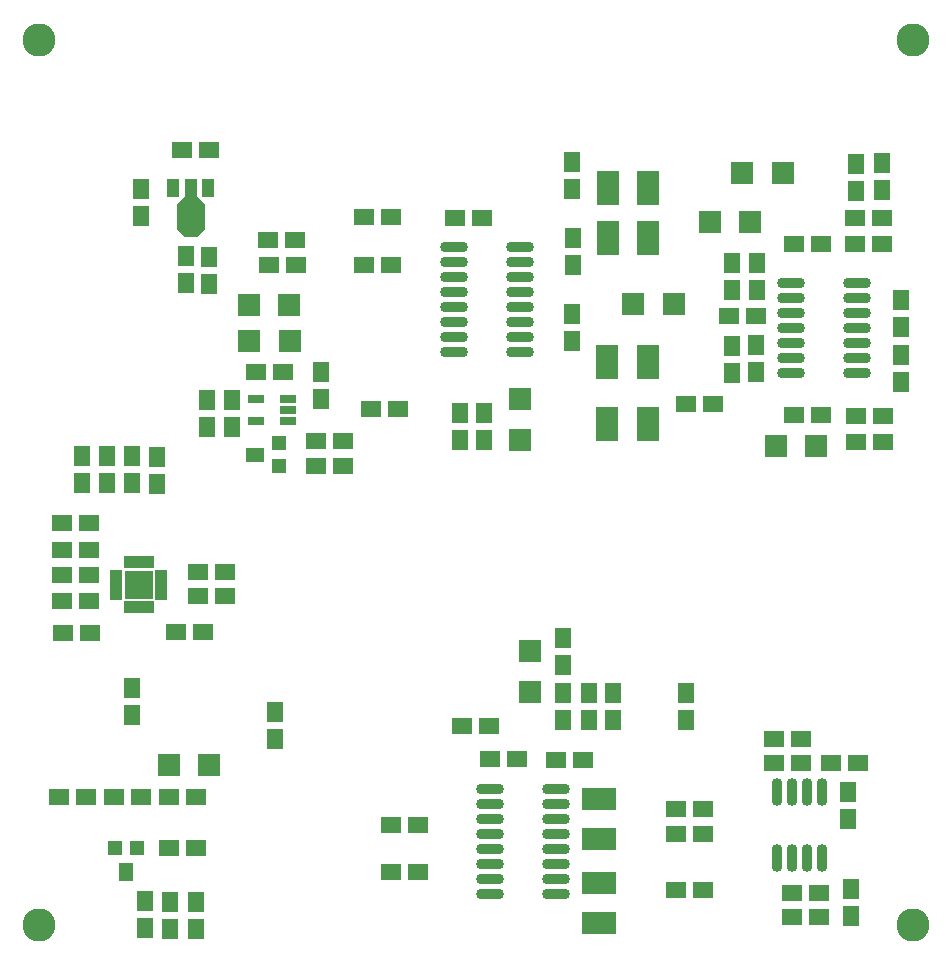
<source format=gbs>
G04*
G04 #@! TF.GenerationSoftware,Altium Limited,Altium Designer,20.1.8 (145)*
G04*
G04 Layer_Color=16711935*
%FSAX24Y24*%
%MOIN*%
G70*
G04*
G04 #@! TF.SameCoordinates,548E75E3-62BA-4D27-8EBC-4AC5D718A5B1*
G04*
G04*
G04 #@! TF.FilePolarity,Negative*
G04*
G01*
G75*
%ADD20C,0.1104*%
%ADD45R,0.0670X0.0570*%
%ADD46R,0.0533X0.0300*%
%ADD47R,0.0230X0.0392*%
%ADD48R,0.0392X0.0210*%
%ADD49R,0.0970X0.0970*%
%ADD50R,0.0720X0.1120*%
%ADD51R,0.1120X0.0720*%
%ADD52R,0.0570X0.0670*%
G04:AMPARAMS|DCode=53|XSize=90.7mil|YSize=130.1mil|CornerRadius=0mil|HoleSize=0mil|Usage=FLASHONLY|Rotation=180.000|XOffset=0mil|YOffset=0mil|HoleType=Round|Shape=Octagon|*
%AMOCTAGOND53*
4,1,8,0.0227,-0.0651,-0.0227,-0.0651,-0.0454,-0.0424,-0.0454,0.0424,-0.0227,0.0651,0.0227,0.0651,0.0454,0.0424,0.0454,-0.0424,0.0227,-0.0651,0.0*
%
%ADD53OCTAGOND53*%

%ADD54R,0.0435X0.0592*%
%ADD55R,0.0435X0.0750*%
%ADD56R,0.0480X0.0480*%
%ADD57R,0.0480X0.0620*%
%ADD58O,0.0360X0.0920*%
%ADD59R,0.0720X0.0720*%
%ADD60O,0.0920X0.0360*%
%ADD61R,0.0480X0.0480*%
%ADD62R,0.0620X0.0480*%
%ADD63R,0.0720X0.0720*%
D20*
X003978Y004614D02*
D03*
X033110D02*
D03*
X003979Y034141D02*
D03*
X033110Y034121D02*
D03*
D45*
X008299Y008891D02*
D03*
X009199Y008891D02*
D03*
X009620Y030460D02*
D03*
X008720Y030460D02*
D03*
X005655Y014369D02*
D03*
X004755Y014369D02*
D03*
X004750Y015440D02*
D03*
X005650Y015440D02*
D03*
X004740Y016280D02*
D03*
X005640Y016280D02*
D03*
X004741Y017132D02*
D03*
X005641Y017132D02*
D03*
X004750Y018030D02*
D03*
X005650Y018030D02*
D03*
X008520Y014380D02*
D03*
X009420Y014380D02*
D03*
X010170Y015580D02*
D03*
X009270Y015580D02*
D03*
X010160Y016380D02*
D03*
X009260Y016380D02*
D03*
X026107Y005801D02*
D03*
X025207Y005801D02*
D03*
X026090Y008482D02*
D03*
X025190Y008482D02*
D03*
X031259Y010018D02*
D03*
X030359Y010018D02*
D03*
X011204Y023072D02*
D03*
X012104Y023072D02*
D03*
X031177Y027326D02*
D03*
X032077Y027326D02*
D03*
X008291Y007192D02*
D03*
X009191Y007192D02*
D03*
X018972Y011253D02*
D03*
X018072Y011253D02*
D03*
X021199Y010137D02*
D03*
X022099Y010137D02*
D03*
X025199Y007648D02*
D03*
X026099Y007648D02*
D03*
X029972Y005708D02*
D03*
X029072Y005708D02*
D03*
X028459Y010817D02*
D03*
X029359Y010817D02*
D03*
X012520Y026630D02*
D03*
X011620Y026630D02*
D03*
X015043Y021841D02*
D03*
X015943Y021841D02*
D03*
X014790Y028219D02*
D03*
X015690Y028219D02*
D03*
X026426Y021996D02*
D03*
X025526Y021996D02*
D03*
X032103Y020730D02*
D03*
X031203Y020730D02*
D03*
X031194Y021607D02*
D03*
X032094Y021607D02*
D03*
X006480Y008890D02*
D03*
X007380Y008890D02*
D03*
X016590Y006390D02*
D03*
X015690Y006390D02*
D03*
X018999Y010148D02*
D03*
X019899Y010148D02*
D03*
X029972Y004912D02*
D03*
X029072Y004912D02*
D03*
X014109Y019942D02*
D03*
X013209Y019942D02*
D03*
X017826Y028186D02*
D03*
X018726Y028186D02*
D03*
X027859Y024915D02*
D03*
X026959Y024915D02*
D03*
X029146Y027328D02*
D03*
X030046Y027328D02*
D03*
X005535Y008890D02*
D03*
X004635Y008890D02*
D03*
X015690Y007953D02*
D03*
X016590Y007953D02*
D03*
X029361Y010018D02*
D03*
X028461Y010018D02*
D03*
X013209Y020750D02*
D03*
X014109Y020750D02*
D03*
X015690Y026645D02*
D03*
X014790Y026645D02*
D03*
X030037Y021634D02*
D03*
X029137Y021634D02*
D03*
X031186Y028186D02*
D03*
X032086Y028186D02*
D03*
X012493Y027472D02*
D03*
X011593Y027472D02*
D03*
D46*
X012267Y022173D02*
D03*
X011204D02*
D03*
Y021424D02*
D03*
X012267Y021798D02*
D03*
Y021424D02*
D03*
D47*
X006890Y016720D02*
D03*
X007090D02*
D03*
X007490D02*
D03*
X007690Y015220D02*
D03*
X007490D02*
D03*
X007290D02*
D03*
X007090D02*
D03*
X006890D02*
D03*
X007290Y016720D02*
D03*
X007690D02*
D03*
D48*
X008040Y016370D02*
D03*
Y016170D02*
D03*
Y015970D02*
D03*
Y015770D02*
D03*
Y015570D02*
D03*
X006540D02*
D03*
Y015770D02*
D03*
Y015970D02*
D03*
Y016170D02*
D03*
Y016370D02*
D03*
D49*
X007290Y015970D02*
D03*
D50*
X024272Y029181D02*
D03*
X022922D02*
D03*
X024272Y027532D02*
D03*
X022922D02*
D03*
X024268Y023383D02*
D03*
X022918D02*
D03*
Y021318D02*
D03*
X024268D02*
D03*
D51*
X022639Y006032D02*
D03*
Y004682D02*
D03*
Y008844D02*
D03*
Y007494D02*
D03*
D52*
X008856Y026018D02*
D03*
X008856Y026918D02*
D03*
X009620Y026910D02*
D03*
X009620Y026010D02*
D03*
X005410Y019350D02*
D03*
X005410Y020250D02*
D03*
X006250Y019350D02*
D03*
X006250Y020250D02*
D03*
X007080Y011640D02*
D03*
X007080Y012540D02*
D03*
X007082Y020259D02*
D03*
X007082Y019359D02*
D03*
X007890Y019340D02*
D03*
X007890Y020240D02*
D03*
X009570Y021241D02*
D03*
X009570Y022141D02*
D03*
X010416D02*
D03*
X010416Y021241D02*
D03*
X009210Y005400D02*
D03*
X009210Y004500D02*
D03*
X007503Y005427D02*
D03*
X007503Y004527D02*
D03*
X013372Y023072D02*
D03*
X013372Y022172D02*
D03*
X007380Y029170D02*
D03*
X007380Y028270D02*
D03*
X021752Y029175D02*
D03*
X021752Y030075D02*
D03*
X027061Y026705D02*
D03*
X027061Y025805D02*
D03*
X027876Y023068D02*
D03*
X027876Y023968D02*
D03*
X008330Y004510D02*
D03*
X008330Y005410D02*
D03*
X022288Y011468D02*
D03*
X022288Y012368D02*
D03*
X027062Y023942D02*
D03*
X027062Y023042D02*
D03*
X032710Y024560D02*
D03*
X032710Y025460D02*
D03*
X021442Y011468D02*
D03*
X021442Y012368D02*
D03*
X025530D02*
D03*
X025530Y011468D02*
D03*
X030932Y008159D02*
D03*
X030932Y009059D02*
D03*
X018006Y021692D02*
D03*
X018006Y020792D02*
D03*
X021754Y027532D02*
D03*
X021754Y026632D02*
D03*
X027895Y026705D02*
D03*
X027895Y025805D02*
D03*
X031209Y029107D02*
D03*
X031209Y030007D02*
D03*
X032700Y022720D02*
D03*
X032700Y023620D02*
D03*
X011820Y010820D02*
D03*
X011820Y011720D02*
D03*
X021442Y014205D02*
D03*
X021442Y013305D02*
D03*
X023092Y012375D02*
D03*
X023092Y011475D02*
D03*
X031049Y004914D02*
D03*
X031049Y005814D02*
D03*
X018812Y021685D02*
D03*
X018812Y020785D02*
D03*
X021750Y024985D02*
D03*
X021750Y024085D02*
D03*
X032058Y030021D02*
D03*
X032058Y029121D02*
D03*
D53*
X009020Y028220D02*
D03*
D54*
X009611Y029204D02*
D03*
X008429D02*
D03*
D55*
X009020Y029126D02*
D03*
D56*
X006490Y007210D02*
D03*
X007240D02*
D03*
D57*
X006870Y006410D02*
D03*
D58*
X030064Y006864D02*
D03*
X029564D02*
D03*
X029064D02*
D03*
X028564D02*
D03*
X029064Y009064D02*
D03*
X029564D02*
D03*
X030064Y009064D02*
D03*
X028564D02*
D03*
D59*
X025136Y025333D02*
D03*
X023786D02*
D03*
X009649Y009978D02*
D03*
X008299D02*
D03*
X029877Y020609D02*
D03*
X028527D02*
D03*
X010960Y025300D02*
D03*
X012310D02*
D03*
X028766Y029706D02*
D03*
X027416D02*
D03*
X010980Y024110D02*
D03*
X012330D02*
D03*
X027686Y028046D02*
D03*
X026336D02*
D03*
D60*
X031234Y025523D02*
D03*
Y026023D02*
D03*
X029034D02*
D03*
X031234Y025023D02*
D03*
Y024523D02*
D03*
Y024023D02*
D03*
X029034Y023023D02*
D03*
Y025023D02*
D03*
Y024523D02*
D03*
Y024023D02*
D03*
X031234Y023523D02*
D03*
X029034Y025523D02*
D03*
Y023523D02*
D03*
X031234Y023023D02*
D03*
X021190Y008650D02*
D03*
Y009150D02*
D03*
X018990D02*
D03*
X021190Y008150D02*
D03*
Y007650D02*
D03*
Y007150D02*
D03*
Y005650D02*
D03*
X018990D02*
D03*
Y006150D02*
D03*
Y008150D02*
D03*
Y007650D02*
D03*
Y007150D02*
D03*
X021190Y006650D02*
D03*
X018990Y008650D02*
D03*
Y006650D02*
D03*
X021190Y006150D02*
D03*
X020014Y026713D02*
D03*
Y027213D02*
D03*
X017814D02*
D03*
X020014Y026213D02*
D03*
Y025713D02*
D03*
Y025213D02*
D03*
Y023713D02*
D03*
X017814D02*
D03*
Y024213D02*
D03*
Y026213D02*
D03*
Y025713D02*
D03*
Y025213D02*
D03*
X020014Y024713D02*
D03*
X017814Y026713D02*
D03*
Y024713D02*
D03*
X020014Y024213D02*
D03*
D61*
X011981Y020692D02*
D03*
Y019942D02*
D03*
D62*
X011181Y020312D02*
D03*
D63*
X020350Y013750D02*
D03*
Y012400D02*
D03*
X020016Y020800D02*
D03*
Y022150D02*
D03*
M02*

</source>
